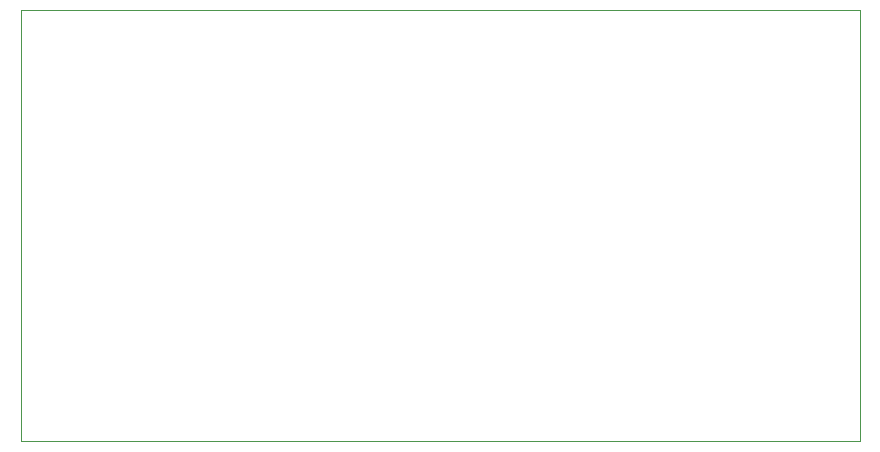
<source format=gko>
G75*
%MOIN*%
%OFA0B0*%
%FSLAX25Y25*%
%IPPOS*%
%LPD*%
%AMOC8*
5,1,8,0,0,1.08239X$1,22.5*
%
%ADD10C,0.00000*%
D10*
X0154327Y0005193D02*
X0154327Y0148894D01*
X0433855Y0148894D01*
X0433855Y0005193D01*
X0154327Y0005193D01*
M02*

</source>
